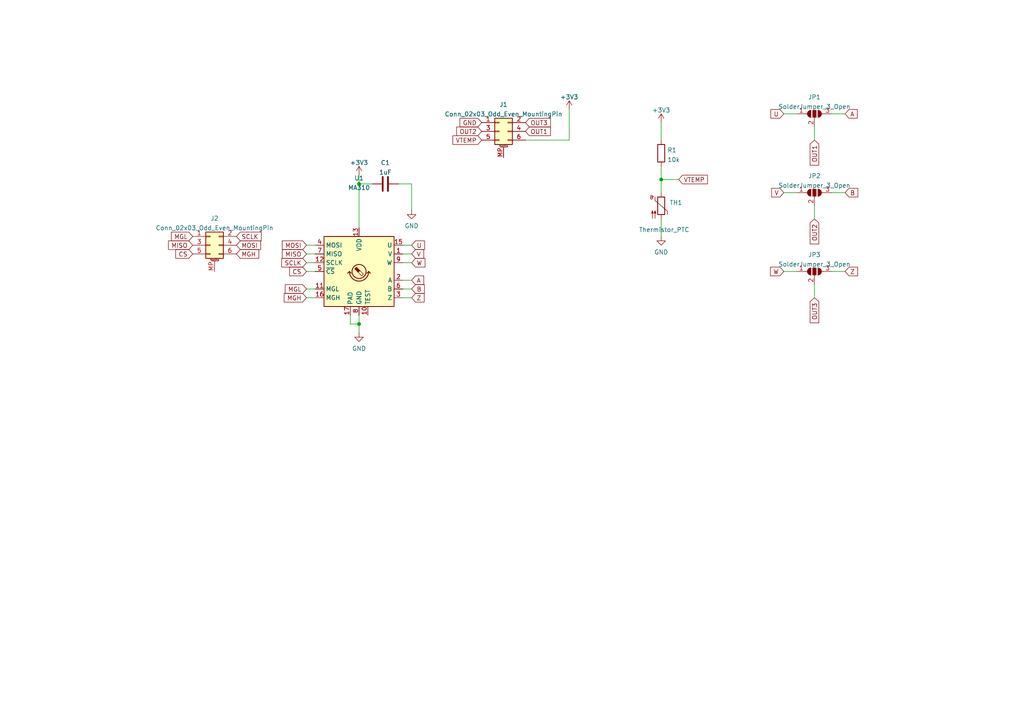
<source format=kicad_sch>
(kicad_sch (version 20210621) (generator eeschema)
  (paper "A4")
  (lib_symbols
    (symbol "Connector_Generic_MountingPin:Conn_02x03_Odd_Even_MountingPin" (pin_names (offset 1.016) hide)
      (property "Reference" "J" (at 1.27 5.08 0))
      (property "Value" "Conn_02x03_Odd_Even_MountingPin" (at 2.54 -5.08 0))
      (symbol "Conn_02x03_Odd_Even_MountingPin_1_1"
        (text "Mounting" (at 1.27 -4.191 0) (effects (font (size 0.381 0.381))))
        (rectangle (start -1.27 -2.413) (end 0 -2.667) (stroke (width 0.1524)))
        (rectangle (start -1.27 0.127) (end 0 -0.127) (stroke (width 0.1524)))
        (rectangle (start -1.27 2.667) (end 0 2.413) (stroke (width 0.1524)))
        (rectangle (start 3.81 -2.413) (end 2.54 -2.667) (stroke (width 0.1524)))
        (rectangle (start 3.81 0.127) (end 2.54 -0.127) (stroke (width 0.1524)))
        (rectangle (start 3.81 2.667) (end 2.54 2.413) (stroke (width 0.1524)))
        (rectangle (start -1.27 3.81) (end 3.81 -3.81) (stroke (width 0.254)) (fill (type background)))
        (polyline (pts (xy 0.254 -4.572) (xy 2.286 -4.572)) (stroke (width 0.1524)))
        (pin passive line (at -5.08 2.54 0) (length 3.81) (name "Pin_1") (number "1"))
        (pin passive line (at 7.62 2.54 180) (length 3.81) (name "Pin_2") (number "2"))
        (pin passive line (at -5.08 0 0) (length 3.81) (name "Pin_3") (number "3"))
        (pin passive line (at 7.62 0 180) (length 3.81) (name "Pin_4") (number "4"))
        (pin passive line (at -5.08 -2.54 0) (length 3.81) (name "Pin_5") (number "5"))
        (pin passive line (at 7.62 -2.54 180) (length 3.81) (name "Pin_6") (number "6"))
        (pin passive line (at 1.27 -7.62 90) (length 3.048) (name "MountPin") (number "MP"))
      )
    )
    (symbol "Device:C" (pin_numbers hide) (pin_names (offset 0.254))
      (property "Reference" "C" (at 0.635 2.54 0))
      (property "Value" "C" (at 0.635 -2.54 0))
      (symbol "C_0_1"
        (polyline (pts (xy -2.032 -0.762) (xy 2.032 -0.762)) (stroke (width 0.508)))
        (polyline (pts (xy -2.032 0.762) (xy 2.032 0.762)) (stroke (width 0.508)))
      )
      (symbol "C_1_1"
        (pin passive line (at 0 3.81 270) (length 2.794) (name "~") (number "1"))
        (pin passive line (at 0 -3.81 90) (length 2.794) (name "~") (number "2"))
      )
    )
    (symbol "Device:R" (pin_numbers hide) (pin_names (offset 0))
      (property "Reference" "R" (at 2.032 0 90))
      (property "Value" "R" (at 0 0 90))
      (symbol "R_0_1"
        (rectangle (start -1.016 -2.54) (end 1.016 2.54) (stroke (width 0.254)))
      )
      (symbol "R_1_1"
        (pin passive line (at 0 3.81 270) (length 1.27) (name "~") (number "1"))
        (pin passive line (at 0 -3.81 90) (length 1.27) (name "~") (number "2"))
      )
    )
    (symbol "Device:Thermistor_PTC" (pin_numbers hide) (pin_names (offset 0))
      (property "Reference" "TH" (at -4.064 0 90))
      (property "Value" "Thermistor_PTC" (at 3.048 0 90))
      (symbol "Thermistor_PTC_0_1"
        (arc (start -3.048 2.159) (end -3.175 2.413) (radius (at -3.2004 2.2352) (length 0.1778) (angles -26.5 81.8)))
        (arc (start -3.048 2.159) (end -2.794 1.905) (radius (at -2.794 2.159) (length 0.254) (angles 180 -90)))
        (arc (start -2.794 1.905) (end -2.54 2.159) (radius (at -2.794 2.159) (length 0.254) (angles -90 0)))
        (arc (start -2.54 2.794) (end -2.794 3.048) (radius (at -2.794 2.794) (length 0.254) (angles 0 90)))
        (arc (start -2.794 3.048) (end -3.048 2.794) (radius (at -2.794 2.794) (length 0.254) (angles 90 180)))
        (arc (start -3.048 2.794) (end -2.794 2.54) (radius (at -2.794 2.794) (length 0.254) (angles 180 -90)))
        (arc (start -2.794 2.54) (end -2.159 2.794) (radius (at -2.6416 3.0226) (length 0.508) (angles -107.5 -25.3)))
        (rectangle (start -1.016 2.54) (end 1.016 -2.54) (stroke (width 0.254)))
        (polyline (pts (xy -2.54 2.159) (xy -2.54 2.794)))
        (polyline (pts (xy -1.778 2.54) (xy -1.778 1.524) (xy 1.778 -1.524) (xy 1.778 -2.54)))
        (polyline (pts (xy -2.54 -3.683) (xy -2.54 -1.397) (xy -2.794 -2.159) (xy -2.286 -2.159) (xy -2.54 -1.397) (xy -2.54 -1.651)) (fill (type outline)))
        (polyline (pts (xy -1.778 -3.683) (xy -1.778 -1.397) (xy -2.032 -2.159) (xy -1.524 -2.159) (xy -1.778 -1.397) (xy -1.778 -1.651)) (fill (type outline)))
      )
      (symbol "Thermistor_PTC_1_1"
        (pin passive line (at 0 3.81 270) (length 1.27) (name "~") (number "1"))
        (pin passive line (at 0 -3.81 90) (length 1.27) (name "~") (number "2"))
      )
    )
    (symbol "Jumper:SolderJumper_3_Open" (pin_names (offset 0) hide)
      (property "Reference" "JP" (at -2.54 -2.54 0))
      (property "Value" "SolderJumper_3_Open" (at 0 2.794 0))
      (symbol "SolderJumper_3_Open_0_1"
        (arc (start -1.016 1.016) (end -1.016 -1.016) (radius (at -1.016 0) (length 1.016) (angles 90.1 -90.1)))
        (arc (start 1.016 -1.016) (end 1.016 1.016) (radius (at 1.016 0) (length 1.016) (angles -89.9 89.9)))
        (arc (start -1.016 1.016) (end -1.016 -1.016) (radius (at -1.016 0) (length 1.016) (angles 90.1 -90.1)) (fill (type outline)))
        (arc (start 1.016 -1.016) (end 1.016 1.016) (radius (at 1.016 0) (length 1.016) (angles -89.9 89.9)) (fill (type outline)))
        (rectangle (start -0.508 1.016) (end 0.508 -1.016) (fill (type outline)))
        (polyline (pts (xy -2.54 0) (xy -2.032 0)))
        (polyline (pts (xy -1.016 1.016) (xy -1.016 -1.016)))
        (polyline (pts (xy 0 -1.27) (xy 0 -1.016)))
        (polyline (pts (xy 1.016 1.016) (xy 1.016 -1.016)))
        (polyline (pts (xy 2.54 0) (xy 2.032 0)))
      )
      (symbol "SolderJumper_3_Open_1_1"
        (pin passive line (at -5.08 0 0) (length 2.54) (name "A") (number "1"))
        (pin input line (at 0 -3.81 90) (length 2.54) (name "C") (number "2"))
        (pin passive line (at 5.08 0 180) (length 2.54) (name "B") (number "3"))
      )
    )
    (symbol "MA310:MA310"
      (property "Reference" "U" (at -10.16 11.43 0))
      (property "Value" "MA310" (at 10.16 11.43 0))
      (symbol "MA310_0_1"
        (arc (start -2.794 0) (end 2.794 0) (radius (at 0 0) (length 2.794) (angles -179.9 -0.1)) (stroke (width 0.254)))
        (rectangle (start -10.16 10.16) (end 10.16 -10.16) (stroke (width 0.254)) (fill (type background)))
        (polyline (pts (xy -2.794 0) (xy -3.302 -0.508)) (stroke (width 0.254)))
        (polyline (pts (xy -2.794 0) (xy -2.286 -0.508)) (stroke (width 0.254)))
        (polyline (pts (xy 2.794 0) (xy 2.286 -0.508)) (stroke (width 0.254)))
        (polyline (pts (xy 2.794 0) (xy 3.302 -0.508)) (stroke (width 0.254)))
      )
      (symbol "MA310_1_1"
        (circle (center 0 0) (radius 2.032) (stroke (width 0.254)))
        (polyline (pts (xy 0.254 0.254) (xy 1.27 -0.762) (xy 0.762 -1.27) (xy -0.254 -0.254)))
        (polyline (pts (xy -0.762 1.27) (xy 0.254 0.254) (xy -0.254 -0.254) (xy -1.27 0.762) (xy -1.016 1.016) (xy -0.762 1.27) (xy -0.635 1.143)) (fill (type outline)))
        (pin output line (at 12.7 5.08 180) (length 2.54) (name "V") (number "1"))
        (pin passive line (at 2.54 -12.7 90) (length 2.54) (name "TEST") (number "10"))
        (pin output line (at -12.7 -5.08 0) (length 2.54) (name "MGL") (number "11"))
        (pin input line (at -12.7 2.54 0) (length 2.54) (name "SCLK") (number "12"))
        (pin power_in line (at 0 12.7 270) (length 2.54) (name "VDD") (number "13"))
        (pin no_connect line (at 5.08 -10.16 90) (length 2.54) hide (name "NC") (number "14"))
        (pin input line (at 12.7 7.62 180) (length 2.54) (name "U") (number "15"))
        (pin output line (at -12.7 -7.62 0) (length 2.54) (name "MGH") (number "16"))
        (pin input line (at -2.54 -12.7 90) (length 2.54) (name "PAD") (number "17"))
        (pin output line (at 12.7 -2.54 180) (length 2.54) (name "A") (number "2"))
        (pin output line (at 12.7 -7.62 180) (length 2.54) (name "Z") (number "3"))
        (pin input line (at -12.7 7.62 0) (length 2.54) (name "MOSI") (number "4"))
        (pin input line (at -12.7 0 0) (length 2.54) (name "~{CS}") (number "5"))
        (pin output line (at 12.7 -5.08 180) (length 2.54) (name "B") (number "6"))
        (pin output line (at -12.7 5.08 0) (length 2.54) (name "MISO") (number "7"))
        (pin power_in line (at 0 -12.7 90) (length 2.54) (name "GND") (number "8"))
        (pin output line (at 12.7 2.54 180) (length 2.54) (name "W") (number "9"))
      )
    )
    (symbol "power:+3.3V" (power) (pin_names (offset 0))
      (property "Value" "+3.3V" (at 0 3.556 0))
      (symbol "+3.3V_0_1"
        (polyline (pts (xy -0.762 1.27) (xy 0 2.54)))
        (polyline (pts (xy 0 0) (xy 0 2.54)))
        (polyline (pts (xy 0 2.54) (xy 0.762 1.27)))
      )
      (symbol "+3.3V_1_1"
        (pin power_in line (at 0 0 90) (length 0) hide (name "+3V3") (number "1"))
      )
    )
    (symbol "power:GND" (power) (pin_names (offset 0))
      (property "Value" "GND" (at 0 -3.81 0))
      (symbol "GND_0_1"
        (polyline (pts (xy 0 0) (xy 0 -1.27) (xy 1.27 -1.27) (xy 0 -2.54) (xy -1.27 -1.27) (xy 0 -1.27)))
      )
      (symbol "GND_1_1"
        (pin power_in line (at 0 0 270) (length 0) hide (name "GND") (number "1"))
      )
    )
  )
  (junction (at 104.14 53.34))
  (junction (at 104.14 93.98))
  (junction (at 191.77 52.07))
  (wire (pts (xy 88.9 71.12) (xy 91.44 71.12)))
  (wire (pts (xy 88.9 73.66) (xy 91.44 73.66)))
  (wire (pts (xy 88.9 76.2) (xy 91.44 76.2)))
  (wire (pts (xy 88.9 78.74) (xy 91.44 78.74)))
  (wire (pts (xy 88.9 83.82) (xy 91.44 83.82)))
  (wire (pts (xy 88.9 86.36) (xy 91.44 86.36)))
  (wire (pts (xy 101.6 91.44) (xy 101.6 93.98)))
  (wire (pts (xy 101.6 93.98) (xy 104.14 93.98)))
  (wire (pts (xy 104.14 50.8) (xy 104.14 53.34)))
  (wire (pts (xy 104.14 53.34) (xy 104.14 66.04)))
  (wire (pts (xy 104.14 53.34) (xy 107.95 53.34)))
  (wire (pts (xy 104.14 91.44) (xy 104.14 93.98)))
  (wire (pts (xy 104.14 93.98) (xy 104.14 96.52)))
  (wire (pts (xy 115.57 53.34) (xy 119.38 53.34)))
  (wire (pts (xy 116.84 71.12) (xy 119.38 71.12)))
  (wire (pts (xy 116.84 73.66) (xy 119.38 73.66)))
  (wire (pts (xy 116.84 76.2) (xy 119.38 76.2)))
  (wire (pts (xy 116.84 81.28) (xy 119.38 81.28)))
  (wire (pts (xy 116.84 83.82) (xy 119.38 83.82)))
  (wire (pts (xy 116.84 86.36) (xy 119.38 86.36)))
  (wire (pts (xy 119.38 53.34) (xy 119.38 60.96)))
  (wire (pts (xy 165.1 31.75) (xy 165.1 40.64)))
  (wire (pts (xy 165.1 40.64) (xy 152.4 40.64)))
  (wire (pts (xy 191.77 35.56) (xy 191.77 40.64)))
  (wire (pts (xy 191.77 48.26) (xy 191.77 52.07)))
  (wire (pts (xy 191.77 52.07) (xy 191.77 55.88)))
  (wire (pts (xy 191.77 52.07) (xy 196.85 52.07)))
  (wire (pts (xy 191.77 63.5) (xy 191.77 68.58)))
  (wire (pts (xy 227.33 33.02) (xy 231.14 33.02)))
  (wire (pts (xy 227.33 55.88) (xy 231.14 55.88)))
  (wire (pts (xy 227.33 78.74) (xy 231.14 78.74)))
  (wire (pts (xy 236.22 36.83) (xy 236.22 40.64)))
  (wire (pts (xy 236.22 59.69) (xy 236.22 63.5)))
  (wire (pts (xy 236.22 82.55) (xy 236.22 86.36)))
  (wire (pts (xy 241.3 33.02) (xy 245.11 33.02)))
  (wire (pts (xy 241.3 55.88) (xy 245.11 55.88)))
  (wire (pts (xy 241.3 78.74) (xy 245.11 78.74)))
  (global_label "MGL" (shape input) (at 55.88 68.58 180) (property "Intersheet References" "${INTERSHEET_REFS}" (effects hide)))
  (global_label "MISO" (shape input) (at 55.88 71.12 180) (property "Intersheet References" "${INTERSHEET_REFS}" (effects hide)))
  (global_label "CS" (shape input) (at 55.88 73.66 180) (property "Intersheet References" "${INTERSHEET_REFS}" (effects hide)))
  (global_label "SCLK" (shape input) (at 68.58 68.58 0) (property "Intersheet References" "${INTERSHEET_REFS}" (effects hide)))
  (global_label "MOSI" (shape input) (at 68.58 71.12 0) (property "Intersheet References" "${INTERSHEET_REFS}" (effects hide)))
  (global_label "MGH" (shape input) (at 68.58 73.66 0) (property "Intersheet References" "${INTERSHEET_REFS}" (effects hide)))
  (global_label "MOSI" (shape input) (at 88.9 71.12 180) (property "Intersheet References" "${INTERSHEET_REFS}" (effects hide)))
  (global_label "MISO" (shape input) (at 88.9 73.66 180) (property "Intersheet References" "${INTERSHEET_REFS}" (effects hide)))
  (global_label "SCLK" (shape input) (at 88.9 76.2 180) (property "Intersheet References" "${INTERSHEET_REFS}" (effects hide)))
  (global_label "CS" (shape input) (at 88.9 78.74 180) (property "Intersheet References" "${INTERSHEET_REFS}" (effects hide)))
  (global_label "MGL" (shape input) (at 88.9 83.82 180) (property "Intersheet References" "${INTERSHEET_REFS}" (effects hide)))
  (global_label "MGH" (shape input) (at 88.9 86.36 180) (property "Intersheet References" "${INTERSHEET_REFS}" (effects hide)))
  (global_label "U" (shape input) (at 119.38 71.12 0) (property "Intersheet References" "${INTERSHEET_REFS}" (effects hide)))
  (global_label "V" (shape input) (at 119.38 73.66 0) (property "Intersheet References" "${INTERSHEET_REFS}" (effects hide)))
  (global_label "W" (shape input) (at 119.38 76.2 0) (property "Intersheet References" "${INTERSHEET_REFS}" (effects hide)))
  (global_label "A" (shape input) (at 119.38 81.28 0) (property "Intersheet References" "${INTERSHEET_REFS}" (effects hide)))
  (global_label "B" (shape input) (at 119.38 83.82 0) (property "Intersheet References" "${INTERSHEET_REFS}" (effects hide)))
  (global_label "Z" (shape input) (at 119.38 86.36 0) (property "Intersheet References" "${INTERSHEET_REFS}" (effects hide)))
  (global_label "GND" (shape input) (at 139.7 35.56 180) (property "Intersheet References" "${INTERSHEET_REFS}" (effects hide)))
  (global_label "OUT2" (shape input) (at 139.7 38.1 180) (property "Intersheet References" "${INTERSHEET_REFS}" (effects hide)))
  (global_label "VTEMP" (shape input) (at 139.7 40.64 180) (property "Intersheet References" "${INTERSHEET_REFS}" (effects hide)))
  (global_label "OUT3" (shape input) (at 152.4 35.56 0) (property "Intersheet References" "${INTERSHEET_REFS}" (effects hide)))
  (global_label "OUT1" (shape input) (at 152.4 38.1 0) (property "Intersheet References" "${INTERSHEET_REFS}" (effects hide)))
  (global_label "VTEMP" (shape input) (at 196.85 52.07 0) (property "Intersheet References" "${INTERSHEET_REFS}" (effects hide)))
  (global_label "U" (shape input) (at 227.33 33.02 180) (property "Intersheet References" "${INTERSHEET_REFS}" (effects hide)))
  (global_label "V" (shape input) (at 227.33 55.88 180) (property "Intersheet References" "${INTERSHEET_REFS}" (effects hide)))
  (global_label "W" (shape input) (at 227.33 78.74 180) (property "Intersheet References" "${INTERSHEET_REFS}" (effects hide)))
  (global_label "OUT1" (shape input) (at 236.22 40.64 270) (property "Intersheet References" "${INTERSHEET_REFS}" (effects hide)))
  (global_label "OUT2" (shape input) (at 236.22 63.5 270) (property "Intersheet References" "${INTERSHEET_REFS}" (effects hide)))
  (global_label "OUT3" (shape input) (at 236.22 86.36 270) (property "Intersheet References" "${INTERSHEET_REFS}" (effects hide)))
  (global_label "A" (shape input) (at 245.11 33.02 0) (property "Intersheet References" "${INTERSHEET_REFS}" (effects hide)))
  (global_label "B" (shape input) (at 245.11 55.88 0) (property "Intersheet References" "${INTERSHEET_REFS}" (effects hide)))
  (global_label "Z" (shape input) (at 245.11 78.74 0) (property "Intersheet References" "${INTERSHEET_REFS}" (effects hide)))
  (symbol (lib_id "power:+3.3V") (at 104.14 50.8 0) (unit 1)
    (property "Reference" "#PWR0101" (effects hide))
    (property "Value" "+3.3V" (at 104.14 47.1954 0))
  )
  (symbol (lib_id "power:+3.3V") (at 165.1 31.75 0) (unit 1)
    (property "Reference" "#PWR0103" (effects hide))
    (property "Value" "+3.3V" (at 165.1 28.1454 0))
  )
  (symbol (lib_id "power:+3.3V") (at 191.77 35.56 0) (unit 1)
    (property "Reference" "#PWR03" (effects hide))
    (property "Value" "+3.3V" (at 191.77 31.9554 0))
  )
  (symbol (lib_id "power:GND") (at 104.14 96.52 0) (unit 1)
    (property "Reference" "#PWR0102" (effects hide))
    (property "Value" "GND" (at 104.14 101.0826 0))
  )
  (symbol (lib_id "power:GND") (at 119.38 60.96 0) (unit 1)
    (property "Reference" "#PWR01" (effects hide))
    (property "Value" "GND" (at 119.38 65.5226 0))
  )
  (symbol (lib_id "power:GND") (at 191.77 68.58 0) (unit 1)
    (property "Reference" "#PWR04" (effects hide))
    (property "Value" "GND" (at 191.77 73.1426 0))
  )
  (symbol (lib_id "Device:R") (at 191.77 44.45 0) (unit 1)
    (property "Reference" "R1" (at 193.5481 43.5415 0) (effects (justify left)))
    (property "Value" "10k" (at 193.5481 46.3166 0) (effects (justify left)))
    (property "Footprint" "Resistor_SMD:R_0805_2012Metric_Pad1.20x1.40mm_HandSolder" (effects hide))
  )
  (symbol (lib_id "Device:C") (at 111.76 53.34 90) (unit 1)
    (property "Reference" "C1" (at 111.76 47.2144 90))
    (property "Value" "1uF" (at 111.76 49.9895 90))
    (property "Footprint" "Capacitor_SMD:C_0603_1608Metric_Pad1.08x0.95mm_HandSolder" (effects hide))
  )
  (symbol (lib_id "Device:Thermistor_PTC") (at 191.77 59.69 0) (unit 1)
    (property "Reference" "TH1" (at 194.1831 58.7815 0) (effects (justify left)))
    (property "Value" "Thermistor_PTC" (at 185.2931 66.6366 0) (effects (justify left)))
    (property "Footprint" "Package_TO_SOT_THT:TO-92S-2" (effects hide))
  )
  (symbol (lib_id "Jumper:SolderJumper_3_Open") (at 236.22 33.02 0) (unit 1)
    (property "Reference" "JP1" (at 236.22 28.1644 0))
    (property "Value" "SolderJumper_3_Open" (at 236.22 30.9395 0))
    (property "Footprint" "Jumper:SolderJumper-3_P1.3mm_Open_RoundedPad1.0x1.5mm" (effects hide))
  )
  (symbol (lib_id "Jumper:SolderJumper_3_Open") (at 236.22 55.88 0) (unit 1)
    (property "Reference" "JP2" (at 236.22 51.0244 0))
    (property "Value" "SolderJumper_3_Open" (at 236.22 53.7995 0))
    (property "Footprint" "Jumper:SolderJumper-3_P1.3mm_Open_RoundedPad1.0x1.5mm" (effects hide))
  )
  (symbol (lib_id "Jumper:SolderJumper_3_Open") (at 236.22 78.74 0) (unit 1)
    (property "Reference" "JP3" (at 236.22 73.8844 0))
    (property "Value" "SolderJumper_3_Open" (at 236.22 76.6595 0))
    (property "Footprint" "Jumper:SolderJumper-3_P1.3mm_Open_RoundedPad1.0x1.5mm" (effects hide))
  )
  (symbol (lib_id "Connector_Generic_MountingPin:Conn_02x03_Odd_Even_MountingPin") (at 60.96 71.12 0) (unit 1)
    (property "Reference" "J2" (at 62.23 63.3434 0))
    (property "Value" "Conn_02x03_Odd_Even_MountingPin" (at 62.23 66.1185 0))
    (property "Footprint" "Connector_PinSocket_2.54mm:PinSocket_2x03_P2.54mm_Vertical_SMD" (effects hide))
  )
  (symbol (lib_id "Connector_Generic_MountingPin:Conn_02x03_Odd_Even_MountingPin") (at 144.78 38.1 0) (unit 1)
    (property "Reference" "J1" (at 146.05 30.3234 0))
    (property "Value" "Conn_02x03_Odd_Even_MountingPin" (at 146.05 33.0985 0))
    (property "Footprint" "Connector_PinSocket_2.54mm:PinSocket_2x03_P2.54mm_Vertical_SMD" (effects hide))
  )
  (symbol (lib_id "MA310:MA310") (at 104.14 78.74 0) (unit 1)
    (property "Reference" "U1" (at 104.14 51.6594 0))
    (property "Value" "MA310" (at 104.14 54.4345 0))
    (property "Footprint" "Package_DFN_QFN:VQFN-16-1EP_3x3mm_P0.5mm_EP1.8x1.8mm" (effects hide))
    (property "Datasheet" "https://www.monolithicpower.com/en/documentview/productdocument/index/version/2/document_type/Datasheet/lang/en/sku/MA310/document_id/3560/" (effects hide))
  )
)
</source>
